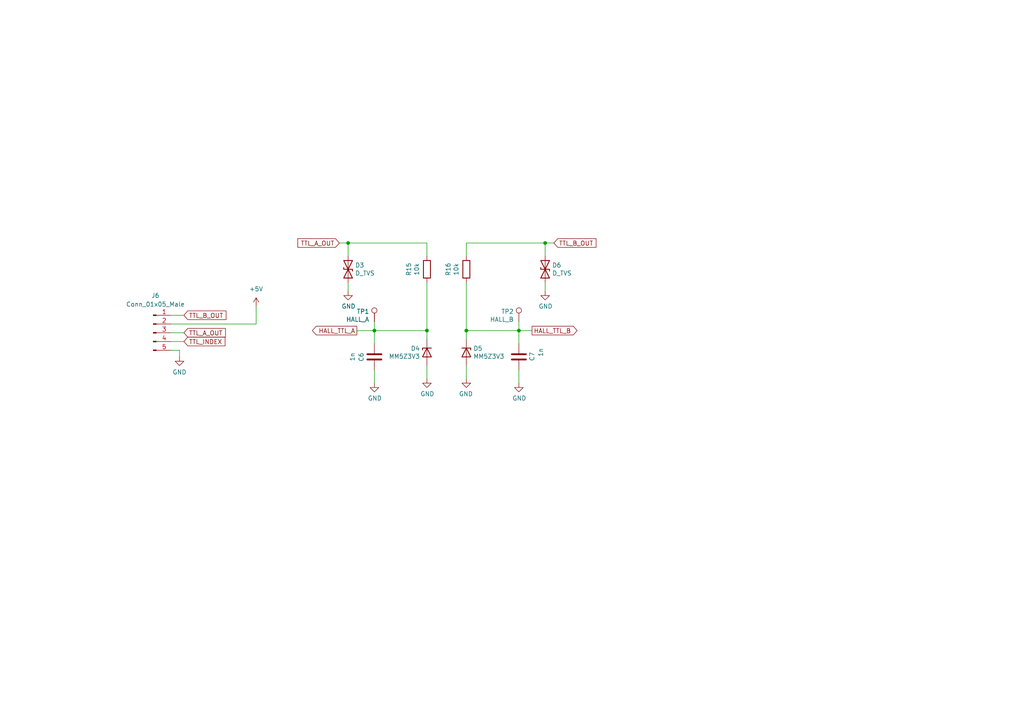
<source format=kicad_sch>
(kicad_sch (version 20230121) (generator eeschema)
  (paper "A4")
  (lib_symbols
    (symbol "Connector:Conn_01x05_Male" (pin_names (offset 1.016) hide)
      (property "Reference" "J" (at 0 7.62 0))
      (property "Value" "Conn_01x05_Male" (at 0 -7.62 0))
      (symbol "Conn_01x05_Male_1_1"
        (polyline (pts (xy 1.27 -5.08) (xy 0.8636 -5.08)) (stroke (width 0.1524)))
        (polyline (pts (xy 1.27 -2.54) (xy 0.8636 -2.54)) (stroke (width 0.1524)))
        (polyline (pts (xy 1.27 0) (xy 0.8636 0)) (stroke (width 0.1524)))
        (polyline (pts (xy 1.27 2.54) (xy 0.8636 2.54)) (stroke (width 0.1524)))
        (polyline (pts (xy 1.27 5.08) (xy 0.8636 5.08)) (stroke (width 0.1524)))
        (rectangle (start 0.8636 -4.953) (end 0 -5.207) (stroke (width 0.1524)) (fill (type outline)))
        (rectangle (start 0.8636 -2.413) (end 0 -2.667) (stroke (width 0.1524)) (fill (type outline)))
        (rectangle (start 0.8636 0.127) (end 0 -0.127) (stroke (width 0.1524)) (fill (type outline)))
        (rectangle (start 0.8636 2.667) (end 0 2.413) (stroke (width 0.1524)) (fill (type outline)))
        (rectangle (start 0.8636 5.207) (end 0 4.953) (stroke (width 0.1524)) (fill (type outline)))
        (pin passive line (at 5.08 5.08 180) (length 3.81) (name "Pin_1") (number "1"))
        (pin passive line (at 5.08 2.54 180) (length 3.81) (name "Pin_2") (number "2"))
        (pin passive line (at 5.08 0 180) (length 3.81) (name "Pin_3") (number "3"))
        (pin passive line (at 5.08 -2.54 180) (length 3.81) (name "Pin_4") (number "4"))
        (pin passive line (at 5.08 -5.08 180) (length 3.81) (name "Pin_5") (number "5"))
      )
    )
    (symbol "Connector:TestPoint" (pin_numbers hide) (pin_names (offset 0.762) hide)
      (property "Reference" "TP" (at 0 6.858 0))
      (property "Value" "TestPoint" (at 0 5.08 0))
      (symbol "TestPoint_0_1"
        (circle (center 0 3.302) (radius 0.762))
      )
      (symbol "TestPoint_1_1"
        (pin passive line (at 0 0 90) (length 2.54) (name "1") (number "1"))
      )
    )
    (symbol "Device:C" (pin_numbers hide) (pin_names (offset 0.254))
      (property "Reference" "C" (at 0.635 2.54 0))
      (property "Value" "C" (at 0.635 -2.54 0))
      (symbol "C_0_1"
        (polyline (pts (xy -2.032 -0.762) (xy 2.032 -0.762)) (stroke (width 0.508)))
        (polyline (pts (xy -2.032 0.762) (xy 2.032 0.762)) (stroke (width 0.508)))
      )
      (symbol "C_1_1"
        (pin passive line (at 0 3.81 270) (length 2.794) (name "~") (number "1"))
        (pin passive line (at 0 -3.81 90) (length 2.794) (name "~") (number "2"))
      )
    )
    (symbol "Device:D_TVS" (pin_numbers hide) (pin_names (offset 1.016) hide)
      (property "Reference" "D" (at 0 2.54 0))
      (property "Value" "D_TVS" (at 0 -2.54 0))
      (symbol "D_TVS_0_1"
        (polyline (pts (xy 1.27 0) (xy -1.27 0)))
        (polyline (pts (xy 0.508 1.27) (xy 0 1.27) (xy 0 -1.27) (xy -0.508 -1.27)) (stroke (width 0.254)))
        (polyline (pts (xy -2.54 1.27) (xy -2.54 -1.27) (xy 2.54 1.27) (xy 2.54 -1.27) (xy -2.54 1.27)) (stroke (width 0.254)))
      )
      (symbol "D_TVS_1_1"
        (pin passive line (at -3.81 0 0) (length 2.54) (name "A1") (number "1"))
        (pin passive line (at 3.81 0 180) (length 2.54) (name "A2") (number "2"))
      )
    )
    (symbol "Device:D_Zener" (pin_numbers hide) (pin_names (offset 1.016) hide)
      (property "Reference" "D" (at 0 2.54 0))
      (property "Value" "D_Zener" (at 0 -2.54 0))
      (symbol "D_Zener_0_1"
        (polyline (pts (xy 1.27 0) (xy -1.27 0)))
        (polyline (pts (xy -1.27 -1.27) (xy -1.27 1.27) (xy -0.762 1.27)) (stroke (width 0.254)))
        (polyline (pts (xy 1.27 -1.27) (xy 1.27 1.27) (xy -1.27 0) (xy 1.27 -1.27)) (stroke (width 0.254)))
      )
      (symbol "D_Zener_1_1"
        (pin passive line (at -3.81 0 0) (length 2.54) (name "K") (number "1"))
        (pin passive line (at 3.81 0 180) (length 2.54) (name "A") (number "2"))
      )
    )
    (symbol "Device:R" (pin_numbers hide) (pin_names (offset 0))
      (property "Reference" "R" (at 2.032 0 90))
      (property "Value" "R" (at 0 0 90))
      (symbol "R_0_1"
        (rectangle (start -1.016 -2.54) (end 1.016 2.54) (stroke (width 0.254)))
      )
      (symbol "R_1_1"
        (pin passive line (at 0 3.81 270) (length 1.27) (name "~") (number "1"))
        (pin passive line (at 0 -3.81 90) (length 1.27) (name "~") (number "2"))
      )
    )
    (symbol "power:+5V" (power) (pin_names (offset 0))
      (property "Value" "+5V" (at 0 3.556 0))
      (symbol "+5V_0_1"
        (polyline (pts (xy -0.762 1.27) (xy 0 2.54)))
        (polyline (pts (xy 0 0) (xy 0 2.54)))
        (polyline (pts (xy 0 2.54) (xy 0.762 1.27)))
      )
      (symbol "+5V_1_1"
        (pin power_in line (at 0 0 90) (length 0) hide (name "+5V") (number "1"))
      )
    )
    (symbol "power:GND" (power) (pin_names (offset 0))
      (property "Value" "GND" (at 0 -3.81 0))
      (symbol "GND_0_1"
        (polyline (pts (xy 0 0) (xy 0 -1.27) (xy 1.27 -1.27) (xy 0 -2.54) (xy -1.27 -1.27) (xy 0 -1.27)))
      )
      (symbol "GND_1_1"
        (pin power_in line (at 0 0 270) (length 0) hide (name "GND") (number "1"))
      )
    )
  )
  (junction (at 108.585 95.885))
  (junction (at 135.255 95.885))
  (junction (at 100.965 70.485))
  (junction (at 158.115 70.485))
  (junction (at 123.825 95.885))
  (junction (at 150.495 95.885))
  (wire (pts (xy 52.07 101.6) (xy 52.07 103.505)))
  (wire (pts (xy 135.255 95.885) (xy 135.255 98.425)))
  (wire (pts (xy 108.585 93.345) (xy 108.585 95.885)))
  (wire (pts (xy 100.965 84.455) (xy 100.965 81.915)))
  (wire (pts (xy 123.825 109.855) (xy 123.825 106.045)))
  (wire (pts (xy 158.115 70.485) (xy 160.655 70.485)))
  (wire (pts (xy 150.495 111.125) (xy 150.495 107.315)))
  (wire (pts (xy 108.585 95.885) (xy 103.505 95.885)))
  (wire (pts (xy 123.825 81.915) (xy 123.825 95.885)))
  (wire (pts (xy 108.585 99.695) (xy 108.585 95.885)))
  (wire (pts (xy 135.255 74.295) (xy 135.255 70.485)))
  (wire (pts (xy 100.965 74.295) (xy 100.965 70.485)))
  (wire (pts (xy 135.255 109.855) (xy 135.255 106.045)))
  (wire (pts (xy 49.53 99.06) (xy 53.34 99.06)))
  (wire (pts (xy 123.825 74.295) (xy 123.825 70.485)))
  (wire (pts (xy 49.53 96.52) (xy 53.34 96.52)))
  (wire (pts (xy 100.965 70.485) (xy 98.425 70.485)))
  (wire (pts (xy 108.585 111.125) (xy 108.585 107.315)))
  (wire (pts (xy 135.255 81.915) (xy 135.255 95.885)))
  (wire (pts (xy 150.495 95.885) (xy 154.305 95.885)))
  (wire (pts (xy 49.53 91.44) (xy 53.34 91.44)))
  (wire (pts (xy 150.495 95.885) (xy 150.495 99.695)))
  (wire (pts (xy 135.255 95.885) (xy 150.495 95.885)))
  (wire (pts (xy 74.295 88.9) (xy 74.295 93.98)))
  (wire (pts (xy 123.825 70.485) (xy 100.965 70.485)))
  (wire (pts (xy 123.825 95.885) (xy 108.585 95.885)))
  (wire (pts (xy 158.115 84.455) (xy 158.115 81.915)))
  (wire (pts (xy 150.495 93.345) (xy 150.495 95.885)))
  (wire (pts (xy 49.53 101.6) (xy 52.07 101.6)))
  (wire (pts (xy 135.255 70.485) (xy 158.115 70.485)))
  (wire (pts (xy 123.825 95.885) (xy 123.825 98.425)))
  (wire (pts (xy 74.295 93.98) (xy 49.53 93.98)))
  (wire (pts (xy 158.115 74.295) (xy 158.115 70.485)))
  (global_label "HALL_TTL_B" (shape output) (at 154.305 95.885 0) (property "Intersheetrefs" "${INTERSHEET_REFS}" (effects hide)))
  (global_label "HALL_TTL_A" (shape output) (at 103.505 95.885 180) (property "Intersheetrefs" "${INTERSHEET_REFS}" (effects hide)))
  (global_label "TTL_A_OUT" (shape input) (at 53.34 96.52 0) (property "Intersheetrefs" "${INTERSHEET_REFS}" (effects hide)))
  (global_label "TTL_B_OUT" (shape input) (at 53.34 91.44 0) (property "Intersheetrefs" "${INTERSHEET_REFS}" (effects hide)))
  (global_label "TTL_A_OUT" (shape input) (at 98.425 70.485 180) (property "Intersheetrefs" "${INTERSHEET_REFS}" (effects hide)))
  (global_label "TTL_B_OUT" (shape input) (at 160.655 70.485 0) (property "Intersheetrefs" "${INTERSHEET_REFS}" (effects hide)))
  (global_label "TTL_INDEX" (shape input) (at 53.34 99.06 0) (property "Intersheetrefs" "${INTERSHEET_REFS}" (effects hide)))
  (symbol (lib_id "power:GND") (at 123.825 109.855 0) (unit 1)
    (property "Reference" "#PWR0140" (effects hide))
    (property "Value" "GND" (at 123.952 114.2492 0))
  )
  (symbol (lib_id "Connector:TestPoint") (at 108.585 93.345 0) (mirror y) (unit 1)
    (property "Reference" "TP1" (at 107.1118 90.3478 0) (effects (justify left)))
    (property "Value" "HALL_A" (at 107.1118 92.6592 0) (effects (justify left)))
    (property "Footprint" "TestPoint:TestPoint_Pad_D1.0mm" (effects hide))
  )
  (symbol (lib_id "Device:D_TVS") (at 100.965 78.105 270) (unit 1)
    (property "Reference" "D3" (at 102.9716 76.9366 90) (effects (justify left)))
    (property "Value" "D_TVS" (at 102.9716 79.248 90) (effects (justify left)))
    (property "Footprint" "Diode_SMD:D_0603_1608Metric" (effects hide))
    (property "Datasheet" "https://www.mouser.ch/datasheet/2/54/CGA_MLC-1313434.pdf" (effects hide))
    (property "Hersteller Nr." "CGA0603MLC-24E" (effects hide))
    (property "Mouser Nr." "652-CGA0603MLC-24E" (effects hide))
  )
  (symbol (lib_id "power:GND") (at 108.585 111.125 0) (unit 1)
    (property "Reference" "#PWR0139" (effects hide))
    (property "Value" "GND" (at 108.712 115.5192 0))
  )
  (symbol (lib_id "Connector:Conn_01x05_Male") (at 44.45 96.52 0) (unit 1)
    (property "Reference" "J6" (at 45.085 85.725 0))
    (property "Value" "Conn_01x05_Male" (at 45.085 88.265 0))
    (property "Footprint" "Connector_PinHeader_2.54mm:PinHeader_1x05_P2.54mm_Vertical" (effects hide))
  )
  (symbol (lib_id "Device:D_Zener") (at 123.825 102.235 90) (mirror x) (unit 1)
    (property "Reference" "D4" (at 121.8184 101.0666 90) (effects (justify left)))
    (property "Value" "MM5Z3V3" (at 121.8184 103.378 90) (effects (justify left)))
    (property "Footprint" "Diode_SMD:D_SOD-523" (effects hide))
    (property "Datasheet" "https://www.mouser.ch/datasheet/2/308/MM5Z2V4T1-D-108556.pdf" (effects hide))
    (property "Hersteller Nr." "MM5Z3V3T1G" (effects hide))
    (property "Mouser Nr." "863-MM5Z3V3T1G " (effects hide))
  )
  (symbol (lib_id "Connector:TestPoint") (at 150.495 93.345 0) (mirror y) (unit 1)
    (property "Reference" "TP2" (at 149.0218 90.3478 0) (effects (justify left)))
    (property "Value" "HALL_B" (at 149.0218 92.6592 0) (effects (justify left)))
    (property "Footprint" "TestPoint:TestPoint_Pad_D1.0mm" (effects hide))
  )
  (symbol (lib_id "Device:D_Zener") (at 135.255 102.235 270) (unit 1)
    (property "Reference" "D5" (at 137.2616 101.0666 90) (effects (justify left)))
    (property "Value" "MM5Z3V3" (at 137.2616 103.378 90) (effects (justify left)))
    (property "Footprint" "Diode_SMD:D_SOD-523" (effects hide))
    (property "Datasheet" "https://www.mouser.ch/datasheet/2/308/MM5Z2V4T1-D-108556.pdf" (effects hide))
    (property "Hersteller Nr." "MM5Z3V3T1G" (effects hide))
    (property "Mouser Nr." "863-MM5Z3V3T1G " (effects hide))
  )
  (symbol (lib_id "Device:R") (at 123.825 78.105 0) (unit 1)
    (property "Reference" "R15" (at 118.5672 78.105 90))
    (property "Value" "10k" (at 120.8786 78.105 90))
    (property "Footprint" "Resistor_SMD:R_0603_1608Metric" (effects hide))
    (property "Hersteller Nr." "RT0603FRE0710KL" (effects hide))
    (property "Mouser Nr." "603-RT0603FRE0710KL" (effects hide))
  )
  (symbol (lib_id "power:GND") (at 158.115 84.455 0) (unit 1)
    (property "Reference" "#PWR0137" (effects hide))
    (property "Value" "GND" (at 158.242 88.8492 0))
  )
  (symbol (lib_id "Device:R") (at 135.255 78.105 0) (unit 1)
    (property "Reference" "R16" (at 129.9972 78.105 90))
    (property "Value" "10k" (at 132.3086 78.105 90))
    (property "Footprint" "Resistor_SMD:R_0603_1608Metric" (effects hide))
    (property "Hersteller Nr." "RT0603FRE0710KL" (effects hide))
    (property "Mouser Nr." "603-RT0603FRE0710KL" (effects hide))
  )
  (symbol (lib_id "power:GND") (at 100.965 84.455 0) (unit 1)
    (property "Reference" "#PWR0138" (effects hide))
    (property "Value" "GND" (at 101.092 88.8492 0))
  )
  (symbol (lib_id "Device:D_TVS") (at 158.115 78.105 270) (unit 1)
    (property "Reference" "D6" (at 160.1216 76.9366 90) (effects (justify left)))
    (property "Value" "D_TVS" (at 160.1216 79.248 90) (effects (justify left)))
    (property "Footprint" "Diode_SMD:D_0603_1608Metric" (effects hide))
    (property "Datasheet" "https://www.mouser.ch/datasheet/2/54/CGA_MLC-1313434.pdf" (effects hide))
    (property "Hersteller Nr." "CGA0603MLC-24E" (effects hide))
    (property "Mouser Nr." "652-CGA0603MLC-24E" (effects hide))
  )
  (symbol (lib_id "power:GND") (at 150.495 111.125 0) (unit 1)
    (property "Reference" "#PWR0136" (effects hide))
    (property "Value" "GND" (at 150.622 115.5192 0))
  )
  (symbol (lib_id "power:GND") (at 52.07 103.505 0) (unit 1)
    (property "Reference" "#PWR0142" (effects hide))
    (property "Value" "GND" (at 52.07 107.95 0))
  )
  (symbol (lib_id "Device:C") (at 108.585 103.505 0) (mirror x) (unit 1)
    (property "Reference" "C6" (at 104.775 102.235 90) (effects (justify left)))
    (property "Value" "1n" (at 102.235 102.235 90) (effects (justify left)))
    (property "Footprint" "Capacitor_SMD:C_0603_1608Metric" (effects hide))
    (property "Datasheet" "https://www.mouser.ch/datasheet/2/40/C0GNP0_Dielectric-951274.pdf" (effects hide))
    (property "Hersteller Nr." "06035C102KAT2A" (effects hide))
    (property "Mouser Nr." "581-06035C102K" (effects hide))
  )
  (symbol (lib_id "power:GND") (at 135.255 109.855 0) (mirror y) (unit 1)
    (property "Reference" "#PWR0135" (effects hide))
    (property "Value" "GND" (at 135.128 114.2492 0))
  )
  (symbol (lib_id "Device:C") (at 150.495 103.505 0) (mirror y) (unit 1)
    (property "Reference" "C7" (at 154.305 104.775 90) (effects (justify left)))
    (property "Value" "1n" (at 156.845 103.505 90) (effects (justify left)))
    (property "Footprint" "Capacitor_SMD:C_0603_1608Metric" (effects hide))
    (property "Datasheet" "https://www.mouser.ch/datasheet/2/40/C0GNP0_Dielectric-951274.pdf" (effects hide))
    (property "Hersteller Nr." "06035C102KAT2A" (effects hide))
    (property "Mouser Nr." "581-06035C102K" (effects hide))
  )
  (symbol (lib_id "power:+5V") (at 74.295 88.9 0) (unit 1)
    (property "Reference" "#PWR0141" (effects hide))
    (property "Value" "+5V" (at 74.295 83.82 0))
  )
)
</source>
